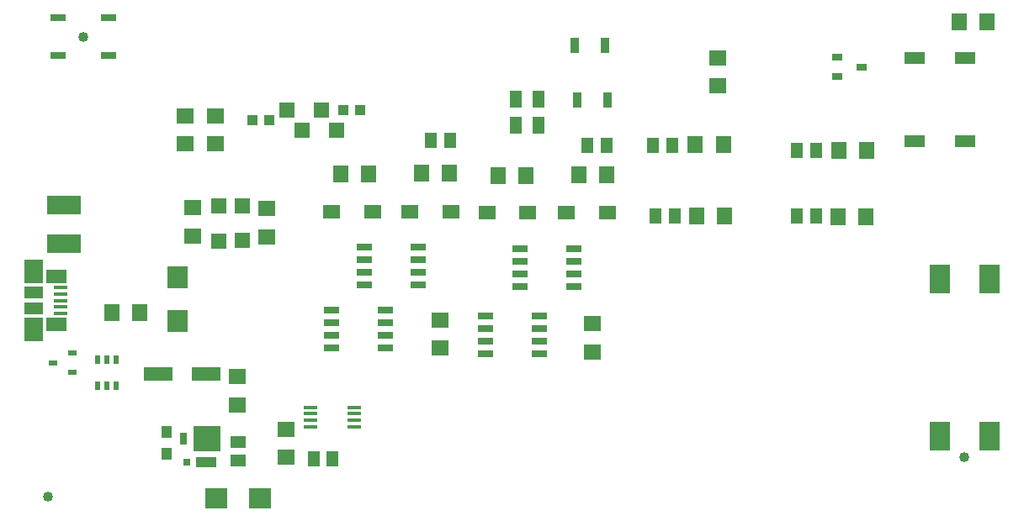
<source format=gbr>
G04 EAGLE Gerber RS-274X export*
G75*
%MOMM*%
%FSLAX34Y34*%
%LPD*%
%INSolderpaste Top*%
%IPPOS*%
%AMOC8*
5,1,8,0,0,1.08239X$1,22.5*%
G01*
%ADD10R,1.500000X1.500000*%
%ADD11R,1.803000X1.600000*%
%ADD12R,1.524000X0.762000*%
%ADD13R,3.000000X1.400000*%
%ADD14R,1.000000X1.200000*%
%ADD15R,3.400000X1.900000*%
%ADD16R,2.667000X2.540000*%
%ADD17R,0.762000X1.270000*%
%ADD18R,2.000000X1.100000*%
%ADD19R,0.800000X0.800000*%
%ADD20R,1.800000X1.600000*%
%ADD21R,1.525000X0.650000*%
%ADD22R,1.600000X1.803000*%
%ADD23R,1.803400X1.473200*%
%ADD24R,1.415000X0.450000*%
%ADD25R,0.508000X0.876300*%
%ADD26R,0.863600X0.482600*%
%ADD27R,1.500000X1.300000*%
%ADD28R,1.300000X1.500000*%
%ADD29R,1.600000X1.800000*%
%ADD30R,1.380000X0.450000*%
%ADD31R,2.100000X1.475000*%
%ADD32R,1.900000X1.175000*%
%ADD33R,1.900000X2.375000*%
%ADD34C,1.016000*%
%ADD35R,2.150000X2.200000*%
%ADD36R,2.200000X2.150000*%
%ADD37R,1.300000X1.600000*%
%ADD38R,1.000000X0.700000*%
%ADD39R,2.025000X1.275000*%
%ADD40R,1.250000X1.750000*%
%ADD41R,0.863600X1.600200*%
%ADD42R,1.000000X1.100000*%
%ADD43R,2.020000X2.950000*%


D10*
X198230Y281910D03*
X198230Y316910D03*
X222200Y282390D03*
X222200Y317390D03*
D11*
X172230Y287140D03*
X172230Y315580D03*
X247160Y285870D03*
X247160Y314310D03*
D12*
X87800Y469140D03*
X37000Y469140D03*
X87800Y507240D03*
X37000Y507240D03*
D13*
X137504Y148242D03*
X185504Y148242D03*
D14*
X146264Y67900D03*
X146264Y89900D03*
D15*
X42632Y318364D03*
X42632Y279364D03*
D16*
X186792Y82456D03*
D17*
X163292Y82456D03*
D18*
X185776Y59088D03*
D19*
X166776Y59088D03*
D20*
X701000Y466280D03*
X701000Y438280D03*
D21*
X344950Y275750D03*
X344950Y263050D03*
X344950Y250350D03*
X344950Y237650D03*
X399190Y237650D03*
X399190Y250350D03*
X399190Y263050D03*
X399190Y275750D03*
D22*
X821400Y306230D03*
X849840Y306230D03*
X430740Y350680D03*
X402300Y350680D03*
X321020Y349410D03*
X349460Y349410D03*
X707600Y307500D03*
X679160Y307500D03*
D23*
X390993Y311310D03*
X431887Y311310D03*
X312253Y311310D03*
X353147Y311310D03*
D21*
X311930Y212250D03*
X311930Y199550D03*
X311930Y186850D03*
X311930Y174150D03*
X366170Y174150D03*
X366170Y186850D03*
X366170Y199550D03*
X366170Y212250D03*
D11*
X421600Y202340D03*
X421600Y173900D03*
D21*
X501360Y273800D03*
X501360Y261100D03*
X501360Y248400D03*
X501360Y235700D03*
X555600Y235700D03*
X555600Y248400D03*
X555600Y261100D03*
X555600Y273800D03*
D22*
X822470Y372950D03*
X850910Y372950D03*
X589290Y348820D03*
X560850Y348820D03*
X479570Y347550D03*
X508010Y347550D03*
X706530Y379210D03*
X678090Y379210D03*
D23*
X548673Y310630D03*
X589567Y310630D03*
X468663Y310630D03*
X509557Y310630D03*
D21*
X467070Y206490D03*
X467070Y193790D03*
X467070Y181090D03*
X467070Y168390D03*
X521310Y168390D03*
X521310Y181090D03*
X521310Y193790D03*
X521310Y206490D03*
D11*
X574680Y198730D03*
X574680Y170290D03*
D24*
X291140Y114290D03*
X291140Y107790D03*
X291140Y101290D03*
X291140Y94790D03*
X334980Y94790D03*
X334980Y101290D03*
X334980Y107790D03*
X334980Y114290D03*
D25*
X76460Y135896D03*
X85960Y135896D03*
X95460Y135896D03*
X95460Y162185D03*
X85960Y162185D03*
X76460Y162185D03*
D26*
X51412Y149700D03*
X51412Y168700D03*
X32108Y159200D03*
D11*
X217380Y116760D03*
X217380Y145200D03*
D27*
X217920Y60580D03*
X217920Y79580D03*
D28*
X294060Y62780D03*
X313060Y62780D03*
D11*
X266060Y92260D03*
X266060Y63820D03*
D29*
X118880Y210080D03*
X90880Y210080D03*
D30*
X39100Y235000D03*
X39100Y228500D03*
X39100Y222000D03*
X39100Y215500D03*
X39100Y209000D03*
D31*
X35500Y197475D03*
X35500Y246525D03*
D32*
X12500Y230375D03*
X12500Y213625D03*
D33*
X12500Y251125D03*
X12500Y192875D03*
D11*
X195540Y379640D03*
X195540Y408080D03*
X165060Y379640D03*
X165060Y408080D03*
D34*
X62190Y487840D03*
X26630Y24290D03*
X949158Y64422D03*
D35*
X157440Y201680D03*
X157440Y245680D03*
D36*
X196400Y23020D03*
X240400Y23020D03*
D28*
X799400Y307500D03*
X780400Y307500D03*
X657160Y307500D03*
X638160Y307500D03*
X799400Y373540D03*
X780400Y373540D03*
X654620Y378620D03*
X635620Y378620D03*
D37*
X431600Y383700D03*
X411600Y383700D03*
X589080Y378620D03*
X569080Y378620D03*
D22*
X971760Y503080D03*
X943320Y503080D03*
D38*
X821080Y466860D03*
X821080Y447860D03*
X845080Y457360D03*
D39*
X949900Y382720D03*
X899140Y465960D03*
X899140Y382720D03*
X949900Y465960D03*
D40*
X497800Y398140D03*
X497800Y425140D03*
X520660Y425140D03*
X520660Y398140D03*
D41*
X556474Y478950D03*
X586954Y478950D03*
X559014Y423832D03*
X589494Y423832D03*
D10*
X301940Y414180D03*
X266940Y414180D03*
X282180Y393860D03*
X317180Y393860D03*
D42*
X249760Y404020D03*
X232760Y404020D03*
X324200Y414180D03*
X341200Y414180D03*
D43*
X924254Y85334D03*
X974254Y85334D03*
X924000Y243840D03*
X974000Y243840D03*
M02*

</source>
